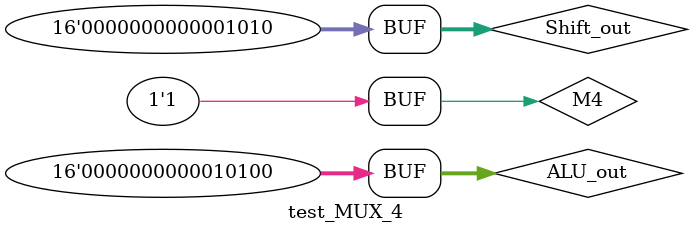
<source format=v>
`timescale 1ns / 1ps


module test_MUX_4;

parameter N=16;

reg M4;
reg [N-1:0] ALU_out;
reg [N-1:0] Shift_out;
wire [N-1:0] MUX_4_out;

MUX_4 mx4 (
    .M4 (M4),
    .ALU_out (ALU_out),
    .Shift_out (Shift_out),
    .MUX_4_out (MUX_4_out)
);

initial

begin
    #0 M4=0;
    #0 Shift_out = 10;
    #0 ALU_out = 20;
    #5 M4=1;
end

endmodule
    
</source>
